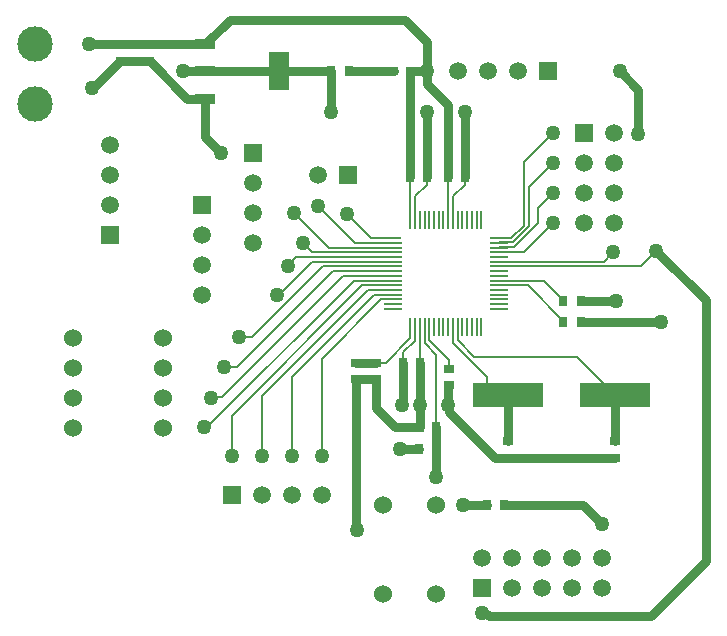
<source format=gtl>
G04*
G04 #@! TF.GenerationSoftware,Altium Limited,Altium Designer,21.7.2 (23)*
G04*
G04 Layer_Physical_Order=1*
G04 Layer_Color=255*
%FSLAX44Y44*%
%MOMM*%
G71*
G04*
G04 #@! TF.SameCoordinates,241FE447-49CF-43B9-AE7C-A52FE71AB9A0*
G04*
G04*
G04 #@! TF.FilePolarity,Positive*
G04*
G01*
G75*
%ADD10R,0.7000X0.9000*%
%ADD11R,0.9000X0.8000*%
%ADD12R,6.0000X2.0000*%
%ADD13R,0.8000X0.9000*%
%ADD14O,1.5000X0.2500*%
%ADD15R,1.5000X0.2500*%
%ADD16R,0.2500X1.5000*%
%ADD17R,1.7500X0.9000*%
%ADD18R,1.7500X3.2000*%
%ADD19R,0.7000X0.7000*%
%ADD20C,0.7620*%
%ADD21C,0.1778*%
%ADD22C,1.5000*%
%ADD23R,1.5000X1.5000*%
%ADD24R,1.5000X1.5000*%
%ADD25C,1.5240*%
%ADD26C,3.0000*%
%ADD27C,1.2700*%
D10*
X1006482Y773798D02*
D03*
X991482D02*
D03*
X1123308Y406400D02*
D03*
X1138308D02*
D03*
X1080658Y454080D02*
D03*
X1065658D02*
D03*
X1188212Y579428D02*
D03*
X1203212D02*
D03*
X1188212Y561394D02*
D03*
X1203212D02*
D03*
D11*
X1231770Y460898D02*
D03*
Y446898D02*
D03*
X1141770Y446898D02*
D03*
Y460898D02*
D03*
X1091184Y522224D02*
D03*
Y508224D02*
D03*
X1029716Y513334D02*
D03*
Y527334D02*
D03*
X1012698Y527334D02*
D03*
Y513334D02*
D03*
X813824Y796798D02*
D03*
Y782798D02*
D03*
X837446Y782798D02*
D03*
Y796798D02*
D03*
D12*
X1231770Y499872D02*
D03*
X1141770D02*
D03*
D13*
X1080658Y472948D02*
D03*
X1066658D02*
D03*
X1052740Y527050D02*
D03*
X1066740D02*
D03*
Y511810D02*
D03*
X1052740D02*
D03*
X1072740Y702310D02*
D03*
X1058740D02*
D03*
Y684530D02*
D03*
X1072740D02*
D03*
X1104740Y684530D02*
D03*
X1090740D02*
D03*
X1090740Y702310D02*
D03*
X1104740D02*
D03*
D14*
X1043740Y632700D02*
D03*
D15*
Y628700D02*
D03*
Y624700D02*
D03*
Y620700D02*
D03*
Y616700D02*
D03*
Y612700D02*
D03*
Y608700D02*
D03*
Y604700D02*
D03*
Y600700D02*
D03*
Y596700D02*
D03*
Y592700D02*
D03*
Y588700D02*
D03*
Y584700D02*
D03*
Y580700D02*
D03*
Y576700D02*
D03*
Y572700D02*
D03*
X1133740D02*
D03*
Y576700D02*
D03*
Y580700D02*
D03*
Y584700D02*
D03*
Y588700D02*
D03*
Y592700D02*
D03*
Y596700D02*
D03*
Y600700D02*
D03*
Y604700D02*
D03*
Y608700D02*
D03*
Y612700D02*
D03*
Y616700D02*
D03*
Y620700D02*
D03*
Y624700D02*
D03*
Y628700D02*
D03*
Y632700D02*
D03*
D16*
X1058740Y557700D02*
D03*
X1062740D02*
D03*
X1066740D02*
D03*
X1070740D02*
D03*
X1074740D02*
D03*
X1078740D02*
D03*
X1082740D02*
D03*
X1086740D02*
D03*
X1090740D02*
D03*
X1094740D02*
D03*
X1098740D02*
D03*
X1102740D02*
D03*
X1106740D02*
D03*
X1110740D02*
D03*
X1114740D02*
D03*
X1118740D02*
D03*
Y647700D02*
D03*
X1114740D02*
D03*
X1110740D02*
D03*
X1106740D02*
D03*
X1102740D02*
D03*
X1098740D02*
D03*
X1094740D02*
D03*
X1090740D02*
D03*
X1086740D02*
D03*
X1082740D02*
D03*
X1078740D02*
D03*
X1074740D02*
D03*
X1070740D02*
D03*
X1066740D02*
D03*
X1062740D02*
D03*
X1058740D02*
D03*
D17*
X884936Y796798D02*
D03*
Y773798D02*
D03*
Y750798D02*
D03*
D18*
X947436Y773798D02*
D03*
D19*
X1058740D02*
D03*
X1044740D02*
D03*
D20*
X813134Y782608D02*
X813634D01*
X789178Y759714D02*
X790240D01*
X813134Y782608D01*
X813634D02*
X813824Y782798D01*
X837446D01*
X1120350Y313988D02*
X1123942D01*
X1125256Y312674D02*
X1262234D01*
X1308608Y359048D01*
X1119378Y314960D02*
X1120350Y313988D01*
X1123942D02*
X1125256Y312674D01*
X865886Y774192D02*
X866083Y773995D01*
X884739D02*
X884936Y773798D01*
X866083Y773995D02*
X884739D01*
X991362Y739140D02*
X991482Y739260D01*
Y773798D01*
X1266952Y622046D02*
X1308608Y580390D01*
Y359048D02*
Y580390D01*
X838136Y782608D02*
X869946Y750798D01*
X884936D01*
Y718312D02*
Y750798D01*
X1090676Y491490D02*
X1091648Y490518D01*
Y485692D02*
X1130442Y446898D01*
X1091648Y485692D02*
Y490518D01*
X1130442Y446898D02*
X1141770D01*
X1231770D01*
X1066740Y472948D02*
Y511810D01*
X1090676Y491490D02*
X1090930Y491744D01*
Y508034D01*
X1091120Y508224D02*
X1091184D01*
X1090930Y508034D02*
X1091120Y508224D01*
X1251458Y721106D02*
Y758444D01*
X1235964Y773938D02*
X1251458Y758444D01*
X884936Y718312D02*
X898652Y704596D01*
X837446Y782798D02*
X837946D01*
X1073150Y774192D02*
Y798830D01*
X1054354Y817626D02*
X1073150Y798830D01*
X905764Y817626D02*
X1054354D01*
X1203212Y579428D02*
X1203366Y579274D01*
X1232508D02*
X1232662Y579120D01*
X1203366Y579274D02*
X1232508D01*
X1270916Y561494D02*
X1271016Y561594D01*
X1203212Y561394D02*
X1203312Y561494D01*
X1270916D01*
X1104820Y702390D02*
Y739060D01*
X1104740Y702310D02*
X1104820Y702390D01*
Y739060D02*
X1104900Y739140D01*
X1072564Y702486D02*
Y739726D01*
Y702486D02*
X1072740Y702310D01*
X1073150Y762762D02*
Y774192D01*
Y762762D02*
X1090740Y745172D01*
Y702310D02*
Y745172D01*
X1012889Y513334D02*
X1013079Y513144D01*
Y386207D02*
Y513144D01*
Y386207D02*
X1013460Y385826D01*
X1012698Y513334D02*
X1012889D01*
X1006482Y773798D02*
X1044740D01*
X1044740Y773798D01*
X1090740Y684530D02*
Y702810D01*
X1072756Y773798D02*
X1073150Y774192D01*
X1058740Y773798D02*
X1072756D01*
X1058740Y702310D02*
X1058740Y702310D01*
Y773798D01*
X1072740Y684530D02*
Y702310D01*
X1205103Y406527D02*
X1220724Y390906D01*
X1138618Y406527D02*
X1205103D01*
X1058740Y684530D02*
Y702310D01*
X1104740Y684530D02*
Y702310D01*
X1141770Y460898D02*
Y499872D01*
X1231770Y460898D02*
Y499872D01*
X1052550Y511620D02*
X1052740Y511810D01*
X1051814Y491490D02*
X1052550Y492226D01*
X1052740Y511810D02*
Y527050D01*
X1052550Y492226D02*
Y511620D01*
X1050290Y454152D02*
X1065586D01*
X1065658Y454080D01*
X1029716Y489204D02*
Y513334D01*
Y489204D02*
X1045972Y472948D01*
X1012698Y527334D02*
X1012698Y527334D01*
X1029716D01*
X1012698Y513334D02*
X1012698Y513334D01*
X1029716D01*
X1045972Y472948D02*
X1066658D01*
X1080594Y430086D02*
Y454016D01*
X1080658Y454080D01*
X1080530Y430022D02*
X1080594Y430086D01*
X1080658Y454080D02*
Y472948D01*
X1066740Y511810D02*
Y527050D01*
X1123181Y406527D02*
X1123308Y406400D01*
X1103249Y406527D02*
X1123181D01*
X1103122Y406654D02*
X1103249Y406527D01*
X884936Y773798D02*
X947436D01*
X837446Y796798D02*
X884936D01*
X905764Y817626D01*
X947436Y773798D02*
X947436Y773798D01*
X991482D01*
X837446Y796798D02*
X837446Y796798D01*
X813824D02*
X837446D01*
X837446Y796798D01*
X786892Y796798D02*
X813824D01*
D21*
X890270Y497586D02*
X890651Y497967D01*
X899287D02*
X1002020Y600700D01*
X890651Y497967D02*
X899287D01*
X901192Y523240D02*
X911860D01*
X993320Y604700D01*
X913638Y548640D02*
X924814D01*
X984874Y608700D01*
X975436Y620700D02*
X1043740D01*
X967486Y628650D02*
X975436Y620700D01*
X1005332Y653034D02*
X1025666Y632700D01*
X1043740D01*
X1133798Y608642D02*
X1253548D01*
X1266952Y622046D01*
X1222274Y612674D02*
X1230630Y621030D01*
X1133766Y612674D02*
X1222274D01*
X1133740Y608700D02*
X1133798Y608642D01*
X1166368Y657860D02*
X1179068Y670560D01*
X1166368Y645160D02*
Y657860D01*
X1146269Y625061D02*
X1166368Y645160D01*
X1134101Y625061D02*
X1146269D01*
X1159262Y642626D02*
Y676154D01*
X1145697Y629061D02*
X1159262Y642626D01*
X1134101Y629061D02*
X1145697D01*
X1133740Y632700D02*
X1144258D01*
X1154684Y643126D01*
Y696976D01*
X1179068Y721360D01*
X1154608Y620700D02*
X1179068Y645160D01*
X1133740Y620700D02*
X1154608D01*
X1133740Y624700D02*
X1134101Y625061D01*
X1159262Y676154D02*
X1179068Y695960D01*
X1133740Y628700D02*
X1134101Y629061D01*
X945388Y584454D02*
X947420D01*
X975666Y612700D01*
X954786Y609346D02*
X962140Y616700D01*
X1043740D01*
X975666Y612700D02*
X1043740D01*
X984874Y608700D02*
X1043740D01*
X960120Y654050D02*
X989470Y624700D01*
X1043740D01*
X980440Y660146D02*
X1011886Y628700D01*
X1043740D01*
X1157906Y592700D02*
X1188212Y562394D01*
X1133740Y592700D02*
X1157906D01*
X1188212Y561394D02*
Y562394D01*
X1171940Y596700D02*
X1188212Y580428D01*
X1133740Y596700D02*
X1171940D01*
X1188212Y579428D02*
Y580428D01*
X1133740Y612700D02*
X1133766Y612674D01*
X1072740Y678024D02*
Y684530D01*
X1062740Y668024D02*
X1072740Y678024D01*
X1062740Y647700D02*
Y668024D01*
X1058740Y647700D02*
Y684530D01*
X1058740Y684530D02*
X1058740Y684530D01*
X1094740Y647700D02*
Y668020D01*
X1104740Y678020D02*
Y684530D01*
X1094740Y668020D02*
X1104740Y678020D01*
X1090740Y647700D02*
Y684530D01*
X1090740Y684530D01*
X1098740Y546164D02*
Y557700D01*
Y546164D02*
X1112774Y532130D01*
X1199512D01*
X1094740Y543814D02*
Y557700D01*
Y543814D02*
X1123663Y514891D01*
Y508983D02*
Y514891D01*
X1132774Y499872D02*
X1141770D01*
X1123663Y508983D02*
X1132774Y499872D01*
X1199512Y532130D02*
X1231770Y499872D01*
X1038128Y527334D02*
X1058738Y547944D01*
X1029716Y527334D02*
X1038128D01*
X1058738Y547944D02*
Y557698D01*
X1058740Y557700D01*
X1080658Y473202D02*
X1081091Y473635D01*
X1080725Y473635D02*
Y533699D01*
X1074740Y546150D02*
X1091184Y529706D01*
Y522224D02*
Y529706D01*
X1074740Y546150D02*
Y557700D01*
X1070740Y543684D02*
X1080725Y533699D01*
X1070740Y543684D02*
Y557700D01*
X1066740Y527050D02*
Y557700D01*
X1052740Y527050D02*
Y535850D01*
X1062740Y545850D02*
Y557700D01*
X1052740Y535850D02*
X1062740Y545850D01*
X993320Y604700D02*
X1043740D01*
X1002020Y600700D02*
X1043740D01*
X886460Y472440D02*
X1010720Y596700D01*
X1043740D01*
X883920Y472440D02*
X886460D01*
X1018150Y592700D02*
X1043740D01*
X907796Y448056D02*
Y482346D01*
X1018150Y592700D01*
X1027930Y584700D02*
X1043740D01*
X958596Y515366D02*
X1027930Y584700D01*
X958596Y448056D02*
Y515366D01*
X1023040Y588700D02*
X1043740D01*
X933196Y448056D02*
Y498856D01*
X1023040Y588700D01*
X983996Y448056D02*
Y530606D01*
X1034090Y580700D01*
X1043740D01*
D22*
X804164Y711200D02*
D03*
Y685800D02*
D03*
Y660400D02*
D03*
X1230884Y645160D02*
D03*
Y670560D02*
D03*
Y695960D02*
D03*
Y721360D02*
D03*
X1205484Y645160D02*
D03*
Y670560D02*
D03*
Y695960D02*
D03*
X933196Y415290D02*
D03*
X958596D02*
D03*
X983996D02*
D03*
X980440Y685800D02*
D03*
X1221232Y361950D02*
D03*
Y336550D02*
D03*
X1195832Y361950D02*
D03*
Y336550D02*
D03*
X1170432Y361950D02*
D03*
Y336550D02*
D03*
X1145032Y361950D02*
D03*
Y336550D02*
D03*
X1119632Y361950D02*
D03*
X925830Y628650D02*
D03*
Y654050D02*
D03*
Y679450D02*
D03*
X1098740Y773798D02*
D03*
X1124140D02*
D03*
X1149540D02*
D03*
X882650Y584200D02*
D03*
Y609600D02*
D03*
Y635000D02*
D03*
D23*
X804164D02*
D03*
X1205484Y721360D02*
D03*
X925830Y704850D02*
D03*
X882650Y660400D02*
D03*
D24*
X907796Y415290D02*
D03*
X1005840Y685800D02*
D03*
X1119632Y336550D02*
D03*
X1174940Y773798D02*
D03*
D25*
X773430Y472186D02*
D03*
Y497586D02*
D03*
Y522986D02*
D03*
Y548386D02*
D03*
X849630Y472186D02*
D03*
Y497586D02*
D03*
Y522986D02*
D03*
Y548386D02*
D03*
X1080262Y406400D02*
D03*
X1035262D02*
D03*
X1080262Y331400D02*
D03*
X1035220Y331376D02*
D03*
D26*
X740918Y745998D02*
D03*
Y796798D02*
D03*
D27*
X789178Y759714D02*
D03*
X865886Y774192D02*
D03*
X890270Y497586D02*
D03*
X901192Y523240D02*
D03*
X913638Y548640D02*
D03*
X967486Y628650D02*
D03*
X1005332Y653034D02*
D03*
X991362Y739140D02*
D03*
X1119378Y314960D02*
D03*
X1090676Y491490D02*
D03*
X1066800Y491236D02*
D03*
X1235964Y773938D02*
D03*
X1251458Y721106D02*
D03*
X1266952Y622046D02*
D03*
X1230630Y621030D02*
D03*
X1179068Y645160D02*
D03*
X898652Y704596D02*
D03*
X1232662Y579120D02*
D03*
X1271016Y561594D02*
D03*
X1072564Y739726D02*
D03*
X1104900Y739140D02*
D03*
X945388Y584454D02*
D03*
X954786Y609346D02*
D03*
X960120Y654050D02*
D03*
X980440Y660146D02*
D03*
X1013460Y385826D02*
D03*
X1073150Y774192D02*
D03*
X1179068Y670560D02*
D03*
Y695960D02*
D03*
Y721360D02*
D03*
X1220724Y390906D02*
D03*
X1051814Y491490D02*
D03*
X1050290Y454152D02*
D03*
X1080530Y430022D02*
D03*
X1103122Y406654D02*
D03*
X907796Y448056D02*
D03*
X883920Y472440D02*
D03*
X933196Y448056D02*
D03*
X958596D02*
D03*
X983996D02*
D03*
X786892Y796798D02*
D03*
M02*

</source>
